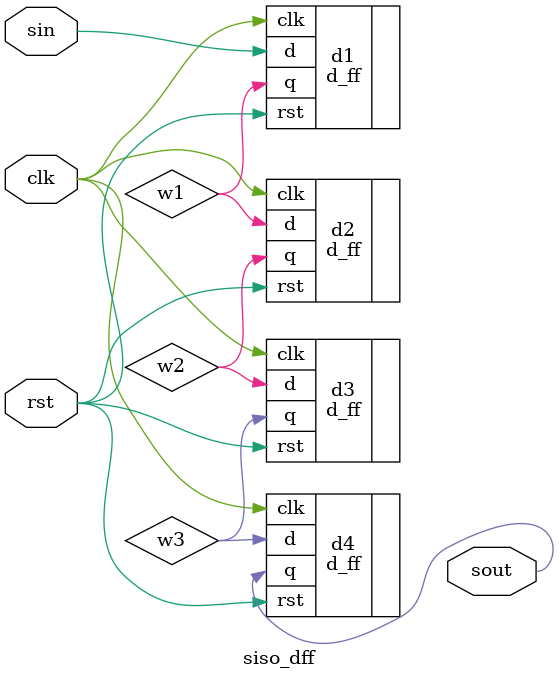
<source format=v>
`include "d_ff.v"
module siso_dff(sin , clk ,rst , sout);
	 input sin , clk, rst;
	 output  sout;
	 wire w1 , w2 , w3 ;
	 
	 d_ff d1(.d(sin), .clk(clk) , .rst(rst) , .q(w1));
	 d_ff d2(.d(w1), .clk(clk) , .rst(rst) , .q(w2));
	 d_ff d3(.d(w2), .clk(clk) , .rst(rst) , .q(w3));
	 d_ff d4(.d(w3), .clk(clk) , .rst(rst) , .q(sout));
	
	
endmodule	



</source>
